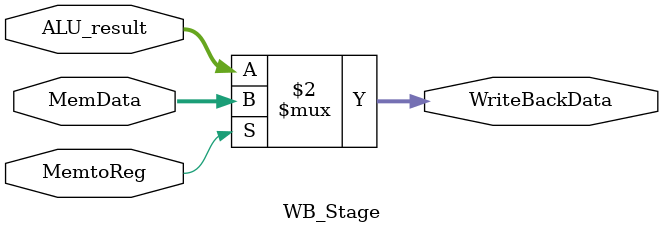
<source format=v>
module WB_Stage(
    input [31:0] ALU_result, MemData,
    input MemtoReg,
    output reg [31:0] WriteBackData
);

always @(*) begin
    WriteBackData = (MemtoReg) ? MemData : ALU_result;
end

endmodule

</source>
